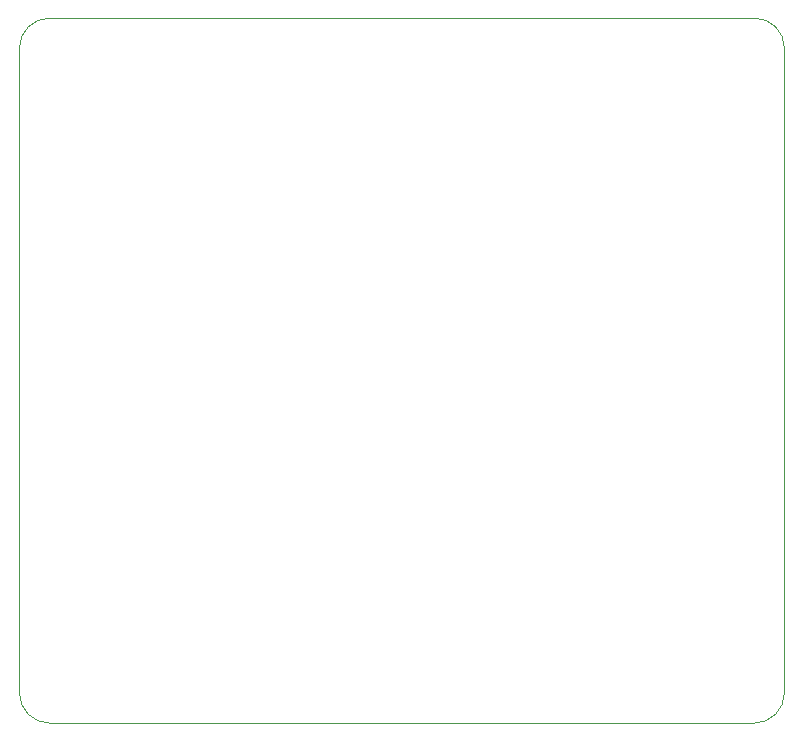
<source format=gbr>
%TF.GenerationSoftware,KiCad,Pcbnew,5.1.9+dfsg1-1*%
%TF.CreationDate,2021-04-24T11:03:57+05:30*%
%TF.ProjectId,HX710mod,48583731-306d-46f6-942e-6b696361645f,rev?*%
%TF.SameCoordinates,Original*%
%TF.FileFunction,Profile,NP*%
%FSLAX46Y46*%
G04 Gerber Fmt 4.6, Leading zero omitted, Abs format (unit mm)*
G04 Created by KiCad (PCBNEW 5.1.9+dfsg1-1) date 2021-04-24 11:03:57*
%MOMM*%
%LPD*%
G01*
G04 APERTURE LIST*
%TA.AperFunction,Profile*%
%ADD10C,0.050000*%
%TD*%
G04 APERTURE END LIST*
D10*
X60960000Y-99060000D02*
X60960000Y-44450000D01*
X123190000Y-101600000D02*
X63500000Y-101600000D01*
X125730000Y-44450000D02*
X125730000Y-99060000D01*
X63500000Y-41910000D02*
X123190000Y-41910000D01*
X60960000Y-44450000D02*
G75*
G02*
X63500000Y-41910000I2540000J0D01*
G01*
X63500000Y-101600000D02*
G75*
G02*
X60960000Y-99060000I0J2540000D01*
G01*
X125730000Y-99060000D02*
G75*
G02*
X123190000Y-101600000I-2540000J0D01*
G01*
X123190000Y-41910000D02*
G75*
G02*
X125730000Y-44450000I0J-2540000D01*
G01*
M02*

</source>
